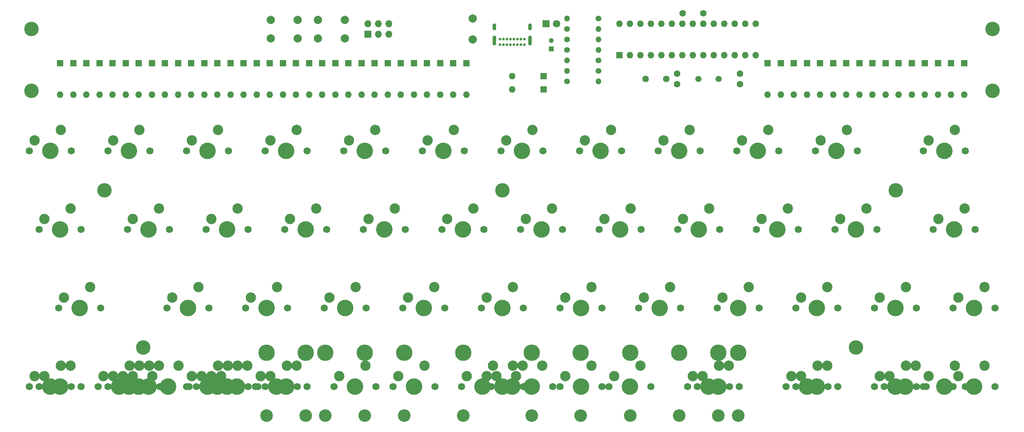
<source format=gbs>
G04 #@! TF.GenerationSoftware,KiCad,Pcbnew,(6.0.1)*
G04 #@! TF.CreationDate,2022-12-02T15:22:06+01:00*
G04 #@! TF.ProjectId,pcb,7063622e-6b69-4636-9164-5f7063625858,rev?*
G04 #@! TF.SameCoordinates,Original*
G04 #@! TF.FileFunction,Soldermask,Bot*
G04 #@! TF.FilePolarity,Negative*
%FSLAX46Y46*%
G04 Gerber Fmt 4.6, Leading zero omitted, Abs format (unit mm)*
G04 Created by KiCad (PCBNEW (6.0.1)) date 2022-12-02 15:22:06*
%MOMM*%
%LPD*%
G01*
G04 APERTURE LIST*
%ADD10C,2.500000*%
%ADD11C,4.000000*%
%ADD12C,1.750000*%
%ADD13R,1.600000X1.600000*%
%ADD14O,1.600000X1.600000*%
%ADD15C,3.500000*%
%ADD16C,1.400000*%
%ADD17O,1.400000X1.400000*%
%ADD18C,3.048000*%
%ADD19C,3.987800*%
%ADD20O,1.700000X1.700000*%
%ADD21R,1.700000X1.700000*%
%ADD22C,1.600000*%
%ADD23C,0.650000*%
%ADD24O,0.900000X1.700000*%
%ADD25O,0.900000X2.400000*%
%ADD26C,1.500000*%
%ADD27R,1.200000X1.200000*%
%ADD28C,1.200000*%
%ADD29C,2.000000*%
%ADD30R,1.800000X1.800000*%
%ADD31C,1.800000*%
G04 APERTURE END LIST*
D10*
X235108750Y-91757500D03*
X228758750Y-94297500D03*
D11*
X232568750Y-96837500D03*
D12*
X227488750Y-96837500D03*
X237648750Y-96837500D03*
D10*
X216058750Y-91757500D03*
X209708750Y-94297500D03*
D12*
X208438750Y-96837500D03*
X218598750Y-96837500D03*
D11*
X213518750Y-96837500D03*
D10*
X58896250Y-72707500D03*
X52546250Y-75247500D03*
D12*
X51276250Y-77787500D03*
D11*
X56356250Y-77787500D03*
D12*
X61436250Y-77787500D03*
D10*
X135096250Y-72707500D03*
X128746250Y-75247500D03*
D11*
X132556250Y-77787500D03*
D12*
X127476250Y-77787500D03*
X137636250Y-77787500D03*
D13*
X74612500Y-56515000D03*
D14*
X74612500Y-64135000D03*
D13*
X230187500Y-56515000D03*
D14*
X230187500Y-64135000D03*
D13*
X39687500Y-56515000D03*
D14*
X39687500Y-64135000D03*
D15*
X232569250Y-125412500D03*
D10*
X96996250Y-72707500D03*
X90646250Y-75247500D03*
D12*
X89376250Y-77787500D03*
X99536250Y-77787500D03*
D11*
X94456250Y-77787500D03*
D10*
X256540000Y-129857500D03*
X250190000Y-132397500D03*
D12*
X248920000Y-134937500D03*
D11*
X254000000Y-134937500D03*
D12*
X259080000Y-134937500D03*
D13*
X227012500Y-56515000D03*
D14*
X227012500Y-64135000D03*
D13*
X68262500Y-56515000D03*
D14*
X68262500Y-64135000D03*
D10*
X258921250Y-91757500D03*
X252571250Y-94297500D03*
D11*
X256381250Y-96837500D03*
D12*
X261461250Y-96837500D03*
X251301250Y-96837500D03*
D13*
X58737500Y-56515000D03*
D14*
X58737500Y-64135000D03*
D15*
X32781250Y-63262500D03*
D10*
X149383750Y-129857500D03*
X143033750Y-132397500D03*
D12*
X151923750Y-134937500D03*
D11*
X146843750Y-134937500D03*
D12*
X141763750Y-134937500D03*
D10*
X199390000Y-129857500D03*
X193040000Y-132397500D03*
D12*
X191770000Y-134937500D03*
D11*
X196850000Y-134937500D03*
D12*
X201930000Y-134937500D03*
D16*
X170180000Y-45720000D03*
D17*
X162560000Y-45720000D03*
D15*
X242225250Y-87312500D03*
D18*
X153955750Y-141922500D03*
D19*
X177831750Y-126712500D03*
X153955750Y-126712500D03*
D18*
X177831750Y-141922500D03*
D10*
X82708750Y-129857500D03*
X76358750Y-132397500D03*
D11*
X80168750Y-134937500D03*
D12*
X75088750Y-134937500D03*
X85248750Y-134937500D03*
D16*
X162560000Y-53340000D03*
D17*
X170180000Y-53340000D03*
D13*
X80962500Y-56515000D03*
D14*
X80962500Y-64135000D03*
D13*
X93662500Y-56515000D03*
D14*
X93662500Y-64135000D03*
D10*
X39846250Y-72707500D03*
X33496250Y-75247500D03*
D11*
X37306250Y-77787500D03*
D12*
X42386250Y-77787500D03*
X32226250Y-77787500D03*
D10*
X127952500Y-129857500D03*
X121602500Y-132397500D03*
D11*
X125412500Y-134937500D03*
D12*
X120332500Y-134937500D03*
X130492500Y-134937500D03*
D16*
X170180000Y-58420000D03*
D17*
X162560000Y-58420000D03*
D13*
X96837500Y-56515000D03*
D14*
X96837500Y-64135000D03*
D20*
X119380000Y-46990000D03*
X119380000Y-49530000D03*
X116840000Y-46990000D03*
X116840000Y-49530000D03*
X114300000Y-46990000D03*
D21*
X114300000Y-49530000D03*
D13*
X128587500Y-56515000D03*
D14*
X128587500Y-64135000D03*
D16*
X162560000Y-60960000D03*
D17*
X170180000Y-60960000D03*
D15*
X146844250Y-87312500D03*
X59797250Y-125412500D03*
D13*
X109537500Y-56515000D03*
D14*
X109537500Y-64135000D03*
D13*
X46037500Y-56515000D03*
D14*
X46037500Y-64135000D03*
D13*
X242887500Y-56515000D03*
D14*
X242887500Y-64135000D03*
D13*
X131762500Y-56515000D03*
D14*
X131762500Y-64135000D03*
D10*
X58896250Y-129857500D03*
X52546250Y-132397500D03*
D12*
X61436250Y-134937500D03*
D11*
X56356250Y-134937500D03*
D12*
X51276250Y-134937500D03*
D13*
X90487500Y-56515000D03*
D14*
X90487500Y-64135000D03*
D10*
X111283750Y-110807500D03*
X104933750Y-113347500D03*
D11*
X108743750Y-115887500D03*
D12*
X113823750Y-115887500D03*
X103663750Y-115887500D03*
D22*
X181610000Y-60325000D03*
X186610000Y-60325000D03*
D15*
X32781250Y-48262500D03*
D10*
X187483750Y-110807500D03*
X181133750Y-113347500D03*
D12*
X179863750Y-115887500D03*
X190023750Y-115887500D03*
D11*
X184943750Y-115887500D03*
D10*
X42227500Y-91757500D03*
X35877500Y-94297500D03*
D11*
X39687500Y-96837500D03*
D12*
X44767500Y-96837500D03*
X34607500Y-96837500D03*
D13*
X42862500Y-56515000D03*
D14*
X42862500Y-64135000D03*
D13*
X122237500Y-56515000D03*
D14*
X122237500Y-64135000D03*
D10*
X225583750Y-129857500D03*
X219233750Y-132397500D03*
D12*
X217963750Y-134937500D03*
D11*
X223043750Y-134937500D03*
D12*
X228123750Y-134937500D03*
D22*
X189230000Y-61595000D03*
X189230000Y-59095000D03*
D10*
X158908750Y-91757500D03*
X152558750Y-94297500D03*
D12*
X151288750Y-96837500D03*
D11*
X156368750Y-96837500D03*
D12*
X161448750Y-96837500D03*
D10*
X68421250Y-129857500D03*
X62071250Y-132397500D03*
D12*
X60801250Y-134937500D03*
D11*
X65881250Y-134937500D03*
D12*
X70961250Y-134937500D03*
D10*
X247015000Y-129857500D03*
X240665000Y-132397500D03*
D12*
X249555000Y-134937500D03*
X239395000Y-134937500D03*
D11*
X244475000Y-134937500D03*
D10*
X168433750Y-110807500D03*
X162083750Y-113347500D03*
D12*
X160813750Y-115887500D03*
X170973750Y-115887500D03*
D11*
X165893750Y-115887500D03*
D13*
X156845000Y-59690000D03*
D14*
X149225000Y-59690000D03*
D10*
X144621250Y-129857500D03*
X138271250Y-132397500D03*
D12*
X137001250Y-134937500D03*
X147161250Y-134937500D03*
D11*
X142081250Y-134937500D03*
D10*
X80327500Y-129857500D03*
X73977500Y-132397500D03*
D11*
X77787500Y-134937500D03*
D12*
X72707500Y-134937500D03*
X82867500Y-134937500D03*
D10*
X130333750Y-110807500D03*
X123983750Y-113347500D03*
D12*
X132873750Y-115887500D03*
D11*
X127793750Y-115887500D03*
D12*
X122713750Y-115887500D03*
D13*
X249237500Y-56515000D03*
D14*
X249237500Y-64135000D03*
D22*
X195540000Y-44450000D03*
X190540000Y-44450000D03*
D13*
X106362500Y-56515000D03*
D14*
X106362500Y-64135000D03*
D10*
X244633750Y-129857500D03*
X238283750Y-132397500D03*
D11*
X242093750Y-134937500D03*
D12*
X247173750Y-134937500D03*
X237013750Y-134937500D03*
D13*
X255587500Y-56515000D03*
D14*
X255587500Y-64135000D03*
D13*
X175270000Y-54600000D03*
D14*
X177810000Y-54600000D03*
X180350000Y-54600000D03*
X182890000Y-54600000D03*
X185430000Y-54600000D03*
X187970000Y-54600000D03*
X190510000Y-54600000D03*
X193050000Y-54600000D03*
X195590000Y-54600000D03*
X198130000Y-54600000D03*
X200670000Y-54600000D03*
X203210000Y-54600000D03*
X205750000Y-54600000D03*
X208290000Y-54600000D03*
X208290000Y-46980000D03*
X205750000Y-46980000D03*
X203210000Y-46980000D03*
X200670000Y-46980000D03*
X198130000Y-46980000D03*
X195590000Y-46980000D03*
X193050000Y-46980000D03*
X190510000Y-46980000D03*
X187970000Y-46980000D03*
X185430000Y-46980000D03*
X182890000Y-46980000D03*
X180350000Y-46980000D03*
X177810000Y-46980000D03*
X175270000Y-46980000D03*
D10*
X206533750Y-110807500D03*
X200183750Y-113347500D03*
D12*
X209073750Y-115887500D03*
X198913750Y-115887500D03*
D11*
X203993750Y-115887500D03*
D10*
X63658750Y-91757500D03*
X57308750Y-94297500D03*
D11*
X61118750Y-96837500D03*
D12*
X66198750Y-96837500D03*
X56038750Y-96837500D03*
D10*
X256540000Y-72707500D03*
X250190000Y-75247500D03*
D12*
X248920000Y-77787500D03*
D11*
X254000000Y-77787500D03*
D12*
X259080000Y-77787500D03*
D18*
X103987500Y-141922500D03*
D19*
X203987500Y-126712500D03*
D18*
X203987500Y-141922500D03*
D19*
X103987500Y-126712500D03*
X165862000Y-126712500D03*
D18*
X189738000Y-141922500D03*
D19*
X189738000Y-126712500D03*
D18*
X165862000Y-141922500D03*
D13*
X112712500Y-56515000D03*
D14*
X112712500Y-64135000D03*
D10*
X211296250Y-72707500D03*
X204946250Y-75247500D03*
D12*
X213836250Y-77787500D03*
D11*
X208756250Y-77787500D03*
D12*
X203676250Y-77787500D03*
D10*
X96996250Y-129857500D03*
X90646250Y-132397500D03*
D12*
X99536250Y-134937500D03*
X89376250Y-134937500D03*
D11*
X94456250Y-134937500D03*
D13*
X115887500Y-56515000D03*
D14*
X115887500Y-64135000D03*
D13*
X55562500Y-56515000D03*
D14*
X55562500Y-64135000D03*
D10*
X77946250Y-129857500D03*
X71596250Y-132397500D03*
D12*
X80486250Y-134937500D03*
X70326250Y-134937500D03*
D11*
X75406250Y-134937500D03*
D10*
X113665000Y-129857500D03*
X107315000Y-132397500D03*
D12*
X106045000Y-134937500D03*
X116205000Y-134937500D03*
D11*
X111125000Y-134937500D03*
D23*
X152200250Y-52050000D03*
X151350250Y-52050000D03*
X150500250Y-52050000D03*
X149650250Y-52050000D03*
X148800250Y-52050000D03*
X147950250Y-52050000D03*
X147100250Y-52050000D03*
X146250250Y-52050000D03*
X146245250Y-50725000D03*
X147095250Y-50725000D03*
X147945250Y-50725000D03*
X148795250Y-50725000D03*
X149645250Y-50725000D03*
X150495250Y-50725000D03*
X151345250Y-50725000D03*
X152200250Y-50725000D03*
D24*
X153550250Y-47690000D03*
X144900250Y-47690000D03*
D25*
X144900250Y-51070000D03*
X153550250Y-51070000D03*
D10*
X225583750Y-129857500D03*
X219233750Y-132397500D03*
D12*
X217963750Y-134937500D03*
D11*
X223043750Y-134937500D03*
D12*
X228123750Y-134937500D03*
D10*
X61277500Y-129857500D03*
X54927500Y-132397500D03*
D11*
X58737500Y-134937500D03*
D12*
X63817500Y-134937500D03*
X53657500Y-134937500D03*
D10*
X42227500Y-129857500D03*
X35877500Y-132397500D03*
D12*
X34607500Y-134937500D03*
D11*
X39687500Y-134937500D03*
D12*
X44767500Y-134937500D03*
D10*
X201771250Y-129857500D03*
X195421250Y-132397500D03*
D12*
X194151250Y-134937500D03*
X204311250Y-134937500D03*
D11*
X199231250Y-134937500D03*
D13*
X84137500Y-56515000D03*
D14*
X84137500Y-64135000D03*
D13*
X223837500Y-56515000D03*
D14*
X223837500Y-64135000D03*
D10*
X120808750Y-91757500D03*
X114458750Y-94297500D03*
D12*
X123348750Y-96837500D03*
X113188750Y-96837500D03*
D11*
X118268750Y-96837500D03*
D13*
X236537500Y-56515000D03*
D14*
X236537500Y-64135000D03*
D26*
X194400000Y-60325000D03*
X199280000Y-60325000D03*
D10*
X116046250Y-72707500D03*
X109696250Y-75247500D03*
D12*
X108426250Y-77787500D03*
X118586250Y-77787500D03*
D11*
X113506250Y-77787500D03*
D10*
X46990000Y-110807500D03*
X40640000Y-113347500D03*
D11*
X44450000Y-115887500D03*
D12*
X49530000Y-115887500D03*
X39370000Y-115887500D03*
D13*
X71437500Y-56515000D03*
D14*
X71437500Y-64135000D03*
D10*
X154146250Y-72707500D03*
X147796250Y-75247500D03*
D12*
X156686250Y-77787500D03*
D11*
X151606250Y-77787500D03*
D12*
X146526250Y-77787500D03*
D15*
X50403250Y-87312500D03*
D13*
X220662500Y-56515000D03*
D14*
X220662500Y-64135000D03*
D10*
X192246250Y-72707500D03*
X185896250Y-75247500D03*
D12*
X194786250Y-77787500D03*
D11*
X189706250Y-77787500D03*
D12*
X184626250Y-77787500D03*
D13*
X65087500Y-56515000D03*
D14*
X65087500Y-64135000D03*
D13*
X156845000Y-62865000D03*
D14*
X149225000Y-62865000D03*
D18*
X99225000Y-141922500D03*
X199225000Y-141922500D03*
D19*
X99225000Y-126712500D03*
X199225000Y-126712500D03*
D10*
X197008750Y-91757500D03*
X190658750Y-94297500D03*
D11*
X194468750Y-96837500D03*
D12*
X199548750Y-96837500D03*
X189388750Y-96837500D03*
D10*
X92233750Y-110807500D03*
X85883750Y-113347500D03*
D12*
X84613750Y-115887500D03*
D11*
X89693750Y-115887500D03*
D12*
X94773750Y-115887500D03*
D10*
X263683750Y-110807500D03*
X257333750Y-113347500D03*
D11*
X261143750Y-115887500D03*
D12*
X266223750Y-115887500D03*
X256063750Y-115887500D03*
D10*
X180340000Y-129857500D03*
X173990000Y-132397500D03*
D12*
X182880000Y-134937500D03*
X172720000Y-134937500D03*
D11*
X177800000Y-134937500D03*
D13*
X217487500Y-56515000D03*
D14*
X217487500Y-64135000D03*
D22*
X204470000Y-61595000D03*
X204470000Y-59095000D03*
D19*
X99187000Y-126712500D03*
X123063000Y-126712500D03*
D18*
X123063000Y-141922500D03*
X99187000Y-141922500D03*
D16*
X162560000Y-50800000D03*
D17*
X170180000Y-50800000D03*
D13*
X119062500Y-56515000D03*
D14*
X119062500Y-64135000D03*
D13*
X239712500Y-56515000D03*
D14*
X239712500Y-64135000D03*
D13*
X61912500Y-56515000D03*
D14*
X61912500Y-64135000D03*
D18*
X137350500Y-141922500D03*
D19*
X113474500Y-126712500D03*
D18*
X113474500Y-141922500D03*
D19*
X137350500Y-126712500D03*
D10*
X85090000Y-129857500D03*
X78740000Y-132397500D03*
D11*
X82550000Y-134937500D03*
D12*
X77470000Y-134937500D03*
X87630000Y-134937500D03*
D10*
X63658750Y-129857500D03*
X57308750Y-132397500D03*
D12*
X66198750Y-134937500D03*
X56038750Y-134937500D03*
D11*
X61118750Y-134937500D03*
D10*
X56515000Y-129857500D03*
X50165000Y-132397500D03*
D12*
X59055000Y-134937500D03*
X48895000Y-134937500D03*
D11*
X53975000Y-134937500D03*
D10*
X39846250Y-129857500D03*
X33496250Y-132397500D03*
D12*
X32226250Y-134937500D03*
D11*
X37306250Y-134937500D03*
D12*
X42386250Y-134937500D03*
D10*
X94615000Y-129857500D03*
X88265000Y-132397500D03*
D12*
X97155000Y-134937500D03*
D11*
X92075000Y-134937500D03*
D12*
X86995000Y-134937500D03*
D10*
X244633750Y-110807500D03*
X238283750Y-113347500D03*
D12*
X247173750Y-115887500D03*
D11*
X242093750Y-115887500D03*
D12*
X237013750Y-115887500D03*
D13*
X87312500Y-56515000D03*
D14*
X87312500Y-64135000D03*
D16*
X170180000Y-55880000D03*
D17*
X162560000Y-55880000D03*
D10*
X73183750Y-110807500D03*
X66833750Y-113347500D03*
D12*
X65563750Y-115887500D03*
X75723750Y-115887500D03*
D11*
X70643750Y-115887500D03*
D27*
X158750000Y-53042600D03*
D28*
X158750000Y-51042600D03*
D10*
X223202500Y-129857500D03*
X216852500Y-132397500D03*
D12*
X225742500Y-134937500D03*
D11*
X220662500Y-134937500D03*
D12*
X215582500Y-134937500D03*
D15*
X265668750Y-48262500D03*
D16*
X162560000Y-48260000D03*
D17*
X170180000Y-48260000D03*
D10*
X101758750Y-91757500D03*
X95408750Y-94297500D03*
D11*
X99218750Y-96837500D03*
D12*
X94138750Y-96837500D03*
X104298750Y-96837500D03*
D10*
X263683750Y-129857500D03*
X257333750Y-132397500D03*
D12*
X256063750Y-134937500D03*
X266223750Y-134937500D03*
D11*
X261143750Y-134937500D03*
D13*
X125412500Y-56515000D03*
D14*
X125412500Y-64135000D03*
D13*
X214312500Y-56515000D03*
D14*
X214312500Y-64135000D03*
D10*
X149383750Y-110807500D03*
X143033750Y-113347500D03*
D12*
X141763750Y-115887500D03*
X151923750Y-115887500D03*
D11*
X146843750Y-115887500D03*
D10*
X82708750Y-91757500D03*
X76358750Y-94297500D03*
D12*
X85248750Y-96837500D03*
D11*
X80168750Y-96837500D03*
D12*
X75088750Y-96837500D03*
D10*
X225583750Y-110807500D03*
X219233750Y-113347500D03*
D12*
X228123750Y-115887500D03*
X217963750Y-115887500D03*
D11*
X223043750Y-115887500D03*
D13*
X49212500Y-56515000D03*
D14*
X49212500Y-64135000D03*
D13*
X77787500Y-56515000D03*
D14*
X77787500Y-64135000D03*
D29*
X139700000Y-50800000D03*
X139710000Y-45720000D03*
D13*
X103187500Y-56515000D03*
D14*
X103187500Y-64135000D03*
D10*
X168433750Y-129857500D03*
X162083750Y-132397500D03*
D12*
X170973750Y-134937500D03*
X160813750Y-134937500D03*
D11*
X165893750Y-134937500D03*
D10*
X156527500Y-129857500D03*
X150177500Y-132397500D03*
D12*
X159067500Y-134937500D03*
X148907500Y-134937500D03*
D11*
X153987500Y-134937500D03*
D10*
X177958750Y-91757500D03*
X171608750Y-94297500D03*
D12*
X170338750Y-96837500D03*
D11*
X175418750Y-96837500D03*
D12*
X180498750Y-96837500D03*
D10*
X139858750Y-91757500D03*
X133508750Y-94297500D03*
D11*
X137318750Y-96837500D03*
D12*
X142398750Y-96837500D03*
X132238750Y-96837500D03*
D19*
X203993750Y-126712500D03*
D18*
X203993750Y-141922500D03*
X89693750Y-141922500D03*
D19*
X89693750Y-126712500D03*
D15*
X265668750Y-63262500D03*
D10*
X173196250Y-72707500D03*
X166846250Y-75247500D03*
D11*
X170656250Y-77787500D03*
D12*
X175736250Y-77787500D03*
X165576250Y-77787500D03*
D30*
X157475000Y-46990000D03*
D31*
X160015000Y-46990000D03*
D29*
X90730000Y-46010000D03*
X97230000Y-46010000D03*
X97230000Y-50510000D03*
X90730000Y-50510000D03*
X102160000Y-46010000D03*
X108660000Y-46010000D03*
X102160000Y-50510000D03*
X108660000Y-50510000D03*
D10*
X77946250Y-72707500D03*
X71596250Y-75247500D03*
D12*
X80486250Y-77787500D03*
D11*
X75406250Y-77787500D03*
D12*
X70326250Y-77787500D03*
D13*
X211137500Y-56515000D03*
D14*
X211137500Y-64135000D03*
D10*
X151765000Y-129857500D03*
X145415000Y-132397500D03*
D12*
X154305000Y-134937500D03*
D11*
X149225000Y-134937500D03*
D12*
X144145000Y-134937500D03*
D10*
X230346250Y-72707500D03*
X223996250Y-75247500D03*
D12*
X232886250Y-77787500D03*
X222726250Y-77787500D03*
D11*
X227806250Y-77787500D03*
D13*
X246062500Y-56515000D03*
D14*
X246062500Y-64135000D03*
D13*
X52387500Y-56515000D03*
D14*
X52387500Y-64135000D03*
D13*
X258762500Y-56515000D03*
D14*
X258762500Y-64135000D03*
D13*
X100012500Y-56515000D03*
D14*
X100012500Y-64135000D03*
D13*
X134937500Y-56515000D03*
D14*
X134937500Y-64135000D03*
D13*
X233362500Y-56515000D03*
D14*
X233362500Y-64135000D03*
D13*
X252412500Y-56515000D03*
D14*
X252412500Y-64135000D03*
D13*
X138112500Y-56515000D03*
D14*
X138112500Y-64135000D03*
M02*

</source>
